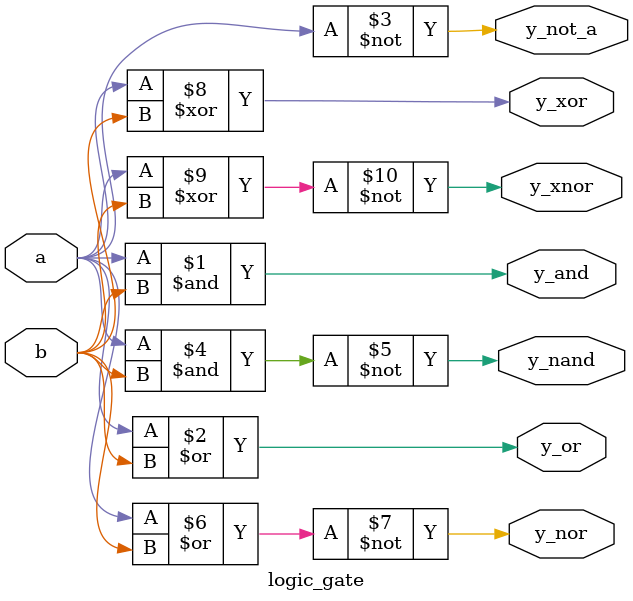
<source format=v>
`timescale 1ns / 1ps


module logic_gate(
    input a,
    input b,
    output y_and,
    output y_or,
    output y_not_a,
    output y_nand,
    output y_nor,
    output y_xor,
    output y_xnor

    );
    
    assign y_and = a & b;
    assign y_or = a | b;
    assign y_not_a = ~a;
    assign y_nand = ~(a & b);
    assign y_nor = ~(a | b);
    assign y_xor = a ^ b;
    assign y_xnor = ~(a ^ b);
    
endmodule

</source>
